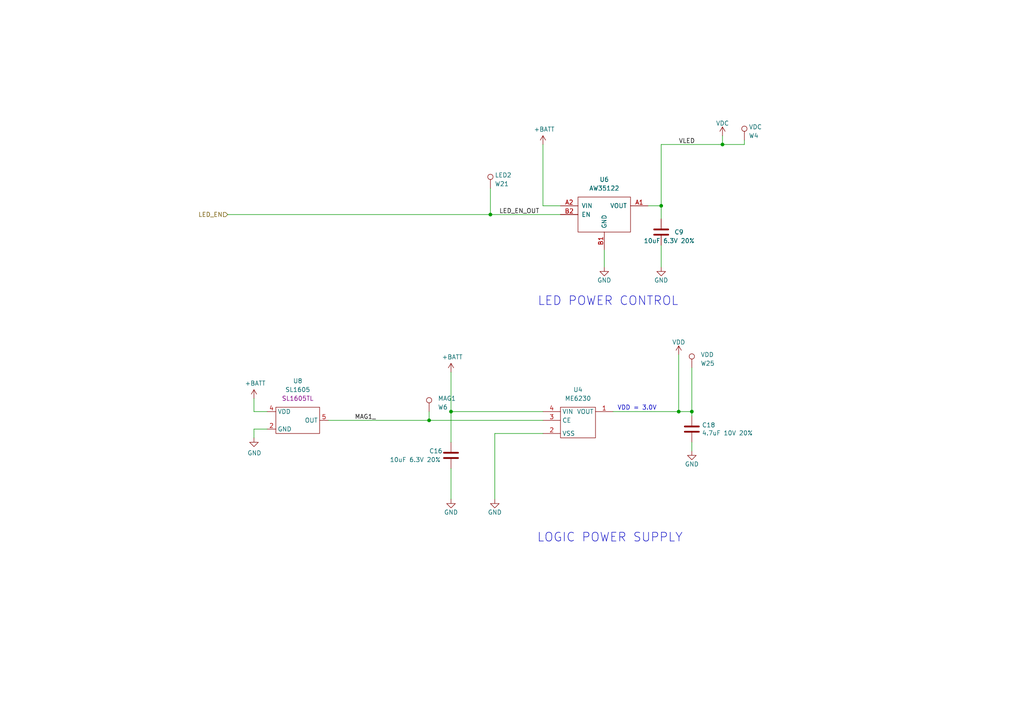
<source format=kicad_sch>
(kicad_sch (version 20250114) (generator "eeschema") (generator_version "9.0")
  (paper "A4")
  (title_block (title "Pixels D20 Schematic, Main") (date "2022-08-26") (rev "13") (company "Systemic Games, LLC") (comment 1 "Power Regulation"))
  (lib_symbols
    (symbol "Device:C" (pin_numbers (hide yes)) (pin_names (offset 0.254))
      (property "Reference" "C" (at 0.635 2.54 0))
      (property "Value" "C" (at 0.635 -2.54 0))
      (symbol "C_0_1"
        (polyline (pts (xy -2.032 0.762) (xy 2.032 0.762)) (stroke (width 0.508)))
        (polyline (pts (xy -2.032 -0.762) (xy 2.032 -0.762)) (stroke (width 0.508)))
      )
      (symbol "C_1_1"
        (pin passive line (at 0 3.81 270) (length 2.794) (name "~") (number "1"))
        (pin passive line (at 0 -3.81 90) (length 2.794) (name "~") (number "2"))
      )
    )
    (symbol "Pixels-dice:AW35122" (pin_names (offset 1.016))
      (property "Reference" "U" (at 6.35 -6.35 0))
      (property "Value" "AW35122" (at 0 6.35 0))
      (symbol "AW35122_0_1"
        (rectangle (start -7.62 5.08) (end 7.62 -5.08))
      )
      (symbol "AW35122_1_1"
        (pin power_in line (at -12.7 2.54 0) (length 5.08) (name "VIN") (number "A2"))
        (pin input line (at -12.7 0 0) (length 5.08) (name "EN") (number "B2"))
        (pin power_in line (at 0 -10.16 90) (length 5.08) (name "GND") (number "B1"))
        (pin power_out line (at 12.7 2.54 180) (length 5.08) (name "VOUT") (number "A1"))
      )
    )
    (symbol "Pixels-dice:ME6230-FBP1*1-4"
      (property "Reference" "U" (at 1.778 -6.604 0))
      (symbol "ME6230-FBP1*1-4_0_1"
        (rectangle (start -5.08 3.81) (end 5.08 -5.08))
      )
      (symbol "ME6230-FBP1*1-4_1_1"
        (pin power_in line (at -10.16 2.54 0) (length 5.08) (name "VIN") (number "4"))
        (pin input line (at -10.16 0 0) (length 5.08) (name "CE") (number "3"))
        (pin power_in line (at -10.16 -3.81 0) (length 5.08) (name "VSS") (number "2"))
        (pin power_out line (at 10.16 2.54 180) (length 5.08) (name "VOUT") (number "1"))
      )
    )
    (symbol "Pixels-dice:SL1605"
      (property "Reference" "U" (at 4.064 -5.08 0))
      (property "Value" "SL1605" (at 0 5.588 0))
      (symbol "SL1605_0_1"
        (rectangle (start -6.35 3.81) (end 6.35 -3.81))
      )
      (symbol "SL1605_1_1"
        (pin power_in line (at -8.89 2.54 0) (length 2.54) (name "VDD") (number "4"))
        (pin power_in line (at -8.89 -2.54 0) (length 2.54) (name "GND") (number "2"))
        (pin output line (at 8.89 0 180) (length 2.54) (name "OUT") (number "5"))
      )
    )
    (symbol "Pixels-dice:TEST_1P-conn" (pin_numbers (hide yes)) (pin_names (offset 0.762) (hide yes))
      (property "Reference" "W" (at 0 6.858 0))
      (property "Value" "TEST_1P-conn" (at 0 5.08 0))
      (symbol "TEST_1P-conn_0_1"
        (circle (center 0 3.302) (radius 0.762))
      )
      (symbol "TEST_1P-conn_1_1"
        (pin passive line (at 0 0 90) (length 2.54) (name "1") (number "1"))
      )
    )
    (symbol "power:+BATT" (power) (pin_names (offset 0))
      (property "Value" "+BATT" (at 0 3.556 0))
      (symbol "+BATT_0_1"
        (polyline (pts (xy -0.762 1.27) (xy 0 2.54)))
        (polyline (pts (xy 0 2.54) (xy 0.762 1.27)))
        (polyline (pts (xy 0 0) (xy 0 2.54)))
      )
      (symbol "+BATT_1_1"
        (pin power_in line (at 0 0 90) (length 0) (hide yes) (name "+BATT") (number "1"))
      )
    )
    (symbol "power:GND" (power) (pin_names (offset 0))
      (property "Value" "GND" (at 0 -3.81 0))
      (symbol "GND_0_1"
        (polyline (pts (xy 0 0) (xy 0 -1.27) (xy 1.27 -1.27) (xy 0 -2.54) (xy -1.27 -1.27) (xy 0 -1.27)))
      )
      (symbol "GND_1_1"
        (pin power_in line (at 0 0 270) (length 0) (hide yes) (name "GND") (number "1"))
      )
    )
    (symbol "power:VDC" (power) (pin_names (offset 0))
      (property "Value" "VDC" (at 0 6.35 0))
      (symbol "VDC_0_1"
        (polyline (pts (xy -0.762 1.27) (xy 0 2.54)))
        (polyline (pts (xy 0 2.54) (xy 0.762 1.27)))
        (polyline (pts (xy 0 0) (xy 0 2.54)))
      )
      (symbol "VDC_1_1"
        (pin power_in line (at 0 0 90) (length 0) (hide yes) (name "VDC") (number "1"))
      )
    )
    (symbol "power:VDD" (power) (pin_names (offset 0))
      (property "Value" "VDD" (at 0 3.81 0))
      (symbol "VDD_0_1"
        (polyline (pts (xy -0.762 1.27) (xy 0 2.54)))
        (polyline (pts (xy 0 2.54) (xy 0.762 1.27)))
        (polyline (pts (xy 0 0) (xy 0 2.54)))
      )
      (symbol "VDD_1_1"
        (pin power_in line (at 0 0 90) (length 0) (hide yes) (name "VDD") (number "1"))
      )
    )
  )
  (text "LOGIC POWER SUPPLY" (at 198.12 157.48 0) (effects (font (size 2.54 2.54)) (justify right bottom)))
  (text "LED POWER CONTROL" (at 196.85 88.9 0) (effects (font (size 2.54 2.54)) (justify right bottom)))
  (text "VDD = 3.0V" (at 190.5 119.126 0) (effects (font (size 1.27 1.27)) (justify right bottom)))
  (junction (at 142.24 62.23))
  (junction (at 209.55 41.91))
  (junction (at 200.66 119.38))
  (junction (at 124.46 121.92))
  (junction (at 191.77 59.69))
  (junction (at 130.81 119.38))
  (junction (at 196.85 119.38))
  (wire (pts (xy 200.66 119.38) (xy 200.66 120.65)))
  (wire (pts (xy 215.9 41.91) (xy 209.55 41.91)))
  (wire (pts (xy 73.66 115.57) (xy 73.66 119.38)))
  (wire (pts (xy 95.25 121.92) (xy 124.46 121.92)))
  (wire (pts (xy 175.26 72.39) (xy 175.26 77.47)))
  (wire (pts (xy 200.66 106.68) (xy 200.66 119.38)))
  (wire (pts (xy 66.04 62.23) (xy 142.24 62.23)))
  (wire (pts (xy 157.48 125.73) (xy 143.51 125.73)))
  (wire (pts (xy 196.85 102.87) (xy 196.85 119.38)))
  (wire (pts (xy 191.77 63.5) (xy 191.77 59.69)))
  (wire (pts (xy 209.55 41.91) (xy 191.77 41.91)))
  (wire (pts (xy 162.56 59.69) (xy 157.48 59.69)))
  (wire (pts (xy 143.51 125.73) (xy 143.51 144.78)))
  (wire (pts (xy 73.66 124.46) (xy 73.66 127)))
  (wire (pts (xy 130.81 107.95) (xy 130.81 119.38)))
  (wire (pts (xy 73.66 119.38) (xy 77.47 119.38)))
  (wire (pts (xy 142.24 62.23) (xy 162.56 62.23)))
  (wire (pts (xy 209.55 39.37) (xy 209.55 41.91)))
  (wire (pts (xy 124.46 119.38) (xy 124.46 121.92)))
  (wire (pts (xy 196.85 119.38) (xy 200.66 119.38)))
  (wire (pts (xy 187.96 59.69) (xy 191.77 59.69)))
  (wire (pts (xy 157.48 41.91) (xy 157.48 59.69)))
  (wire (pts (xy 200.66 128.27) (xy 200.66 130.81)))
  (wire (pts (xy 142.24 54.61) (xy 142.24 62.23)))
  (wire (pts (xy 124.46 121.92) (xy 157.48 121.92)))
  (wire (pts (xy 191.77 41.91) (xy 191.77 59.69)))
  (wire (pts (xy 130.81 119.38) (xy 157.48 119.38)))
  (wire (pts (xy 191.77 71.12) (xy 191.77 77.47)))
  (wire (pts (xy 130.81 119.38) (xy 130.81 128.27)))
  (wire (pts (xy 77.47 124.46) (xy 73.66 124.46)))
  (wire (pts (xy 130.81 135.89) (xy 130.81 144.78)))
  (wire (pts (xy 215.9 40.64) (xy 215.9 41.91)))
  (wire (pts (xy 177.8 119.38) (xy 196.85 119.38)))
  (label "MAG1_" (at 102.87 121.92 0))
  (label "VLED" (at 196.85 41.91 0))
  (label "LED_EN_OUT" (at 144.78 62.23 0))
  (hierarchical_label "LED_EN" (shape input) (at 66.04 62.23 180))
  (symbol (lib_id "Pixels-dice:TEST_1P-conn") (at 142.24 54.61 0) (unit 1) (in_bom no)
    (property "Reference" "W21" (at 143.51 53.34 0) (effects (justify left)))
    (property "Value" "LED2" (at 143.51 50.8 0) (effects (justify left)))
    (property "Footprint" "Pixels-dice:TEST_PIN" (effects (hide yes)))
    (property "Generic OK" "N/A" (effects (hide yes)))
  )
  (symbol (lib_id "power:+BATT") (at 157.48 41.91 0) (unit 1)
    (property "Reference" "#PWR033" (effects (hide yes)))
    (property "Value" "+BATT" (at 157.861 37.5158 0))
  )
  (symbol (lib_id "Device:C") (at 200.66 124.46 0) (unit 1)
    (property "Reference" "C18" (at 203.581 123.2916 0) (effects (justify left)))
    (property "Value" "4.7uF 10V 20%" (at 203.581 125.603 0) (effects (justify left)))
    (property "Footprint" "Pixels-dice:C_0402_1005Metric" (effects (hide yes)))
    (property "Generic OK" "YES" (effects (hide yes)))
    (property "Manufacturer" "HRE" (effects (hide yes)))
    (property "Part Number" "CGA0402X5R475M100GT" (effects (hide yes)))
    (property "Alternate Manufacturer" "Samsung Electro-Mechanics" (effects (hide yes)))
    (property "Alternate PN" "CL05A475MP5NRNC" (effects (hide yes)))
    (property "Alternate LCSC Part #" "C23733" (effects (hide yes)))
    (property "LCSC Part #" "C1849652" (effects (hide yes)))
  )
  (symbol (lib_id "power:GND") (at 200.66 130.81 0) (unit 1)
    (property "Reference" "#PWR028" (effects (hide yes)))
    (property "Value" "GND" (at 200.66 134.62 0))
  )
  (symbol (lib_id "power:GND") (at 130.81 144.78 0) (unit 1)
    (property "Reference" "#PWR029" (effects (hide yes)))
    (property "Value" "GND" (at 130.81 148.59 0))
  )
  (symbol (lib_id "power:GND") (at 175.26 77.47 0) (unit 1)
    (property "Reference" "#PWR038" (effects (hide yes)))
    (property "Value" "GND" (at 175.26 81.28 0))
  )
  (symbol (lib_id "Device:C") (at 130.81 132.08 0) (unit 1)
    (property "Reference" "C16" (at 124.46 130.81 0) (effects (justify left)))
    (property "Value" "10uF 6.3V 20%" (at 113.03 133.35 0) (effects (justify left)))
    (property "Footprint" "Pixels-dice:C_0402_1005Metric" (effects (hide yes)))
    (property "Generic OK" "YES" (effects (hide yes)))
    (property "Manufacturer" "HRE" (effects (hide yes)))
    (property "Part Number" "CGA0402X5R106M6R3GT" (effects (hide yes)))
    (property "LCSC Part #" "C23692971" (effects (hide yes)))
  )
  (symbol (lib_id "power:+BATT") (at 130.81 107.95 0) (unit 1)
    (property "Reference" "#PWR025" (effects (hide yes)))
    (property "Value" "+BATT" (at 131.191 103.5558 0))
  )
  (symbol (lib_id "Pixels-dice:TEST_1P-conn") (at 200.66 106.68 0) (unit 1) (in_bom no)
    (property "Reference" "W25" (at 203.2 105.41 0) (effects (justify left)))
    (property "Value" "VDD" (at 203.2 102.87 0) (effects (justify left)))
    (property "Footprint" "Pixels-dice:TEST_PIN" (effects (hide yes)))
    (property "Generic OK" "N/A" (effects (hide yes)))
  )
  (symbol (lib_id "Device:C") (at 191.77 67.31 0) (unit 1)
    (property "Reference" "C9" (at 195.58 67.31 0) (effects (justify left)))
    (property "Value" "10uF 6.3V 20%" (at 186.69 69.85 0) (effects (justify left)))
    (property "Footprint" "Pixels-dice:C_0402_1005Metric" (effects (hide yes)))
    (property "Generic OK" "YES" (effects (hide yes)))
    (property "Manufacturer" "HRE" (effects (hide yes)))
    (property "Part Number" "CGA0402X5R106M6R3GT" (effects (hide yes)))
    (property "LCSC Part #" "C23692971" (effects (hide yes)))
  )
  (symbol (lib_id "power:GND") (at 191.77 77.47 0) (unit 1)
    (property "Reference" "#PWR0142" (effects (hide yes)))
    (property "Value" "GND" (at 191.77 81.28 0))
  )
  (symbol (lib_id "power:GND") (at 73.66 127 0) (unit 1)
    (property "Reference" "#PWR045" (effects (hide yes)))
    (property "Value" "GND" (at 73.787 131.3942 0))
  )
  (symbol (lib_id "power:VDC") (at 209.55 39.37 0) (unit 1)
    (property "Reference" "#PWR026" (effects (hide yes)))
    (property "Value" "VDC" (at 209.55 35.7655 0))
  )
  (symbol (lib_id "Pixels-dice:TEST_1P-conn") (at 124.46 119.38 0) (unit 1) (in_bom no)
    (property "Reference" "W6" (at 127 118.11 0) (effects (justify left)))
    (property "Value" "MAG1" (at 127 115.57 0) (effects (justify left)))
    (property "Footprint" "Pixels-dice:TEST_PIN" (effects (hide yes)))
    (property "Generic OK" "N/A" (effects (hide yes)))
  )
  (symbol (lib_id "power:GND") (at 143.51 144.78 0) (unit 1)
    (property "Reference" "#PWR031" (effects (hide yes)))
    (property "Value" "GND" (at 143.51 148.59 0))
  )
  (symbol (lib_id "power:+BATT") (at 73.66 115.57 0) (unit 1)
    (property "Reference" "#PWR017" (effects (hide yes)))
    (property "Value" "+BATT" (at 74.041 111.1758 0))
  )
  (symbol (lib_id "Pixels-dice:ME6230-FBP1*1-4") (at 167.64 121.92 0) (unit 1)
    (property "Reference" "U4" (at 167.64 113.03 0))
    (property "Value" "ME6230" (at 167.64 115.57 0))
    (property "Footprint" "Pixels-dice:FPB1_1-4" (effects (hide yes)))
    (property "Manufacturer" "MICRONE(Nanjing Micro One Elec)" (effects (hide yes)))
    (property "Part Number" "ME6230C30U4AG" (effects (hide yes)))
    (property "Alternate Manufacturer" "ChipLink Tech" (effects (hide yes)))
    (property "Alternate PN" "CL9906A30F4N" (effects (hide yes)))
    (property "Alternate LCSC Part #" "C5297658" (effects (hide yes)))
    (property "LCSC Part #" "C2925772" (effects (hide yes)))
  )
  (symbol (lib_id "Pixels-dice:SL1605") (at 86.36 121.92 0) (unit 1)
    (property "Reference" "U8" (at 86.36 110.49 0))
    (property "Value" "SL1605" (at 86.36 113.03 0))
    (property "Footprint" "Package_TO_SOT_SMD:SOT-553" (effects (hide yes)))
    (property "Manufacturer" "Slkor(SLKORMICRO Elec.)" (effects (hide yes)))
    (property "Part Number" "SL1605TL" (at 86.36 115.57 0))
    (property "LCSC Part #" "C2826474" (effects (hide yes)))
  )
  (symbol (lib_id "Pixels-dice:TEST_1P-conn") (at 215.9 40.64 0) (unit 1) (in_bom no)
    (property "Reference" "W4" (at 217.17 39.37 0) (effects (justify left)))
    (property "Value" "VDC" (at 217.17 36.83 0) (effects (justify left)))
    (property "Footprint" "Pixels-dice:TEST_PIN" (effects (hide yes)))
    (property "Generic OK" "N/A" (effects (hide yes)))
  )
  (symbol (lib_id "power:VDD") (at 196.85 102.87 0) (unit 1)
    (property "Reference" "#PWR027" (effects (hide yes)))
    (property "Value" "VDD" (at 196.85 99.2655 0))
  )
  (symbol (lib_id "Pixels-dice:AW35122") (at 175.26 62.23 0) (unit 1)
    (property "Reference" "U6" (at 175.26 52.07 0))
    (property "Value" "AW35122" (at 175.26 54.61 0))
    (property "Footprint" "Pixels-dice:AW35122" (effects (hide yes)))
    (property "Manufacturer" "AWINIC(Shanghai Awinic Tech)" (effects (hide yes)))
    (property "Part Number" "AW35122FDR" (effects (hide yes)))
    (property "LCSC Part #" "C5125911" (effects (hide yes)))
  )
)
</source>
